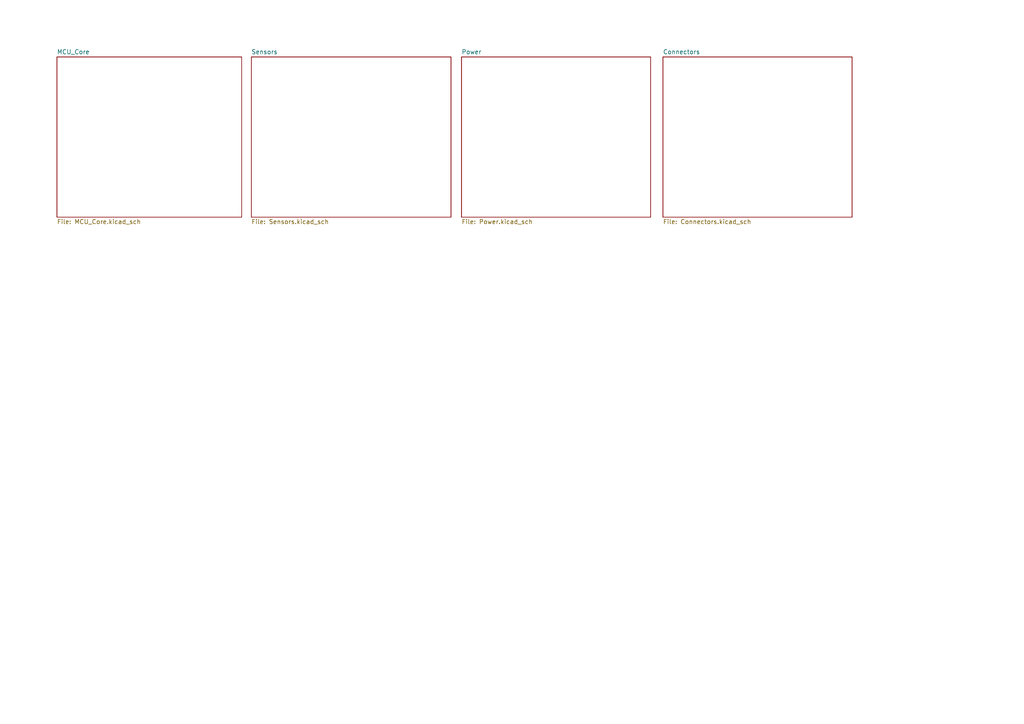
<source format=kicad_sch>
(kicad_sch
	(version 20250114)
	(generator "eeschema")
	(generator_version "9.0")
	(uuid "0bcb4a44-4fa7-4976-a48b-273b8974ffc7")
	(paper "A4")
	(lib_symbols)
	(sheet
		(at 16.51 16.51)
		(size 53.594 46.482)
		(exclude_from_sim no)
		(in_bom yes)
		(on_board yes)
		(dnp no)
		(fields_autoplaced yes)
		(stroke
			(width 0.1524)
			(type solid)
		)
		(fill
			(color 0 0 0 0.0000)
		)
		(uuid "186601bf-2dfc-4521-94a5-8fa5d486dfb1")
		(property "Sheetname" "MCU_Core"
			(at 16.51 15.7984 0)
			(effects
				(font
					(size 1.27 1.27)
				)
				(justify left bottom)
			)
		)
		(property "Sheetfile" "MCU_Core.kicad_sch"
			(at 16.51 63.5766 0)
			(effects
				(font
					(size 1.27 1.27)
				)
				(justify left top)
			)
		)
		(instances
			(project "NekoPurrTech_Skylark"
				(path "/0bcb4a44-4fa7-4976-a48b-273b8974ffc7"
					(page "2")
				)
			)
		)
	)
	(sheet
		(at 133.858 16.51)
		(size 54.864 46.482)
		(exclude_from_sim no)
		(in_bom yes)
		(on_board yes)
		(dnp no)
		(fields_autoplaced yes)
		(stroke
			(width 0.1524)
			(type solid)
		)
		(fill
			(color 0 0 0 0.0000)
		)
		(uuid "2cb43c0a-747a-47ba-9a71-a2b1eea6abcf")
		(property "Sheetname" "Power"
			(at 133.858 15.7984 0)
			(effects
				(font
					(size 1.27 1.27)
				)
				(justify left bottom)
			)
		)
		(property "Sheetfile" "Power.kicad_sch"
			(at 133.858 63.5766 0)
			(effects
				(font
					(size 1.27 1.27)
				)
				(justify left top)
			)
		)
		(instances
			(project "NekoPurrTech_Skylark"
				(path "/0bcb4a44-4fa7-4976-a48b-273b8974ffc7"
					(page "4")
				)
			)
		)
	)
	(sheet
		(at 192.278 16.51)
		(size 54.864 46.482)
		(exclude_from_sim no)
		(in_bom yes)
		(on_board yes)
		(dnp no)
		(fields_autoplaced yes)
		(stroke
			(width 0.1524)
			(type solid)
		)
		(fill
			(color 0 0 0 0.0000)
		)
		(uuid "37734398-81c2-493a-a1e9-023f63f298b3")
		(property "Sheetname" "Connectors"
			(at 192.278 15.7984 0)
			(effects
				(font
					(size 1.27 1.27)
				)
				(justify left bottom)
			)
		)
		(property "Sheetfile" "Connectors.kicad_sch"
			(at 192.278 63.5766 0)
			(effects
				(font
					(size 1.27 1.27)
				)
				(justify left top)
			)
		)
		(instances
			(project "NekoPurrTech_Skylark"
				(path "/0bcb4a44-4fa7-4976-a48b-273b8974ffc7"
					(page "5")
				)
			)
		)
	)
	(sheet
		(at 72.898 16.51)
		(size 57.912 46.482)
		(exclude_from_sim no)
		(in_bom yes)
		(on_board yes)
		(dnp no)
		(fields_autoplaced yes)
		(stroke
			(width 0.1524)
			(type solid)
		)
		(fill
			(color 0 0 0 0.0000)
		)
		(uuid "f8d9fdb6-291f-4db0-9e6d-50a7f9b48758")
		(property "Sheetname" "Sensors"
			(at 72.898 15.7984 0)
			(effects
				(font
					(size 1.27 1.27)
				)
				(justify left bottom)
			)
		)
		(property "Sheetfile" "Sensors.kicad_sch"
			(at 72.898 63.5766 0)
			(effects
				(font
					(size 1.27 1.27)
				)
				(justify left top)
			)
		)
		(instances
			(project "NekoPurrTech_Skylark"
				(path "/0bcb4a44-4fa7-4976-a48b-273b8974ffc7"
					(page "3")
				)
			)
		)
	)
	(sheet_instances
		(path "/"
			(page "1")
		)
	)
	(embedded_fonts no)
)

</source>
